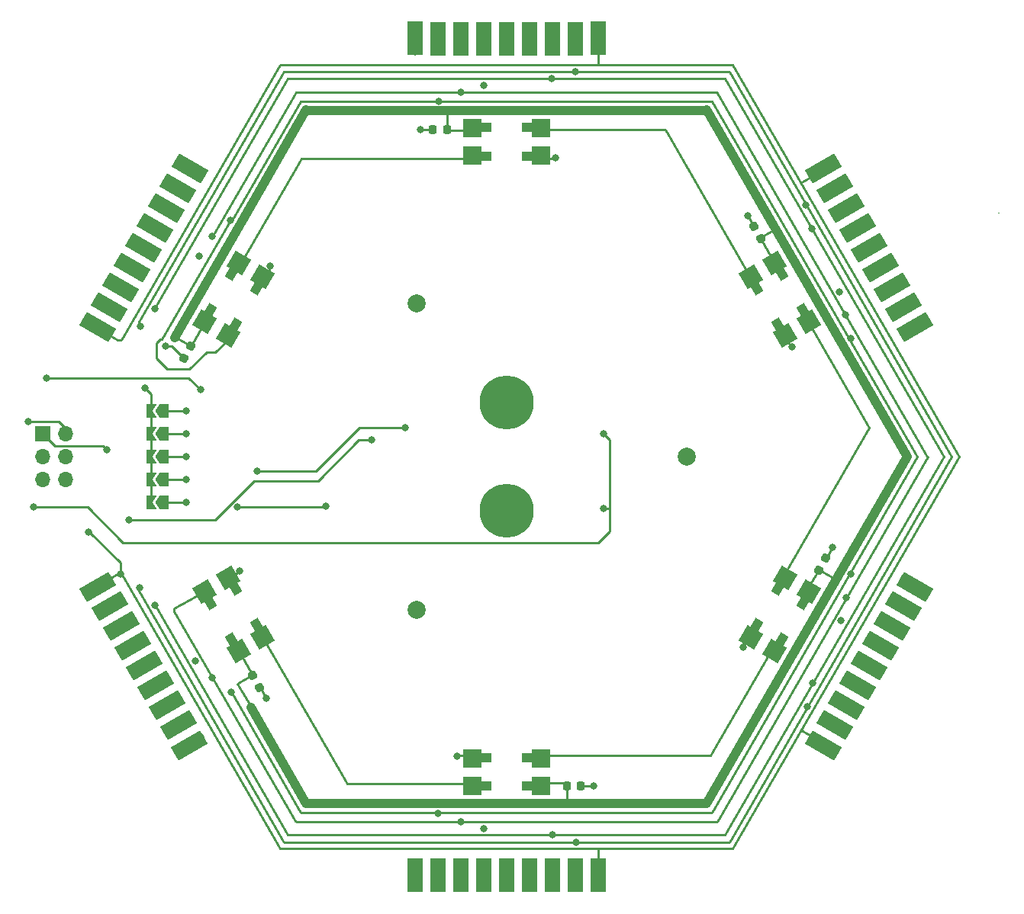
<source format=gbr>
%TF.GenerationSoftware,KiCad,Pcbnew,(6.0.2)*%
%TF.CreationDate,2022-06-07T19:59:40+02:00*%
%TF.ProjectId,cup_sense,6375705f-7365-46e7-9365-2e6b69636164,rev?*%
%TF.SameCoordinates,Original*%
%TF.FileFunction,Copper,L1,Top*%
%TF.FilePolarity,Positive*%
%FSLAX46Y46*%
G04 Gerber Fmt 4.6, Leading zero omitted, Abs format (unit mm)*
G04 Created by KiCad (PCBNEW (6.0.2)) date 2022-06-07 19:59:40*
%MOMM*%
%LPD*%
G01*
G04 APERTURE LIST*
G04 Aperture macros list*
%AMRoundRect*
0 Rectangle with rounded corners*
0 $1 Rounding radius*
0 $2 $3 $4 $5 $6 $7 $8 $9 X,Y pos of 4 corners*
0 Add a 4 corners polygon primitive as box body*
4,1,4,$2,$3,$4,$5,$6,$7,$8,$9,$2,$3,0*
0 Add four circle primitives for the rounded corners*
1,1,$1+$1,$2,$3*
1,1,$1+$1,$4,$5*
1,1,$1+$1,$6,$7*
1,1,$1+$1,$8,$9*
0 Add four rect primitives between the rounded corners*
20,1,$1+$1,$2,$3,$4,$5,0*
20,1,$1+$1,$4,$5,$6,$7,0*
20,1,$1+$1,$6,$7,$8,$9,0*
20,1,$1+$1,$8,$9,$2,$3,0*%
%AMRotRect*
0 Rectangle, with rotation*
0 The origin of the aperture is its center*
0 $1 length*
0 $2 width*
0 $3 Rotation angle, in degrees counterclockwise*
0 Add horizontal line*
21,1,$1,$2,0,0,$3*%
%AMFreePoly0*
4,1,6,1.000000,0.000000,0.500000,-0.750000,-0.500000,-0.750000,-0.500000,0.750000,0.500000,0.750000,1.000000,0.000000,1.000000,0.000000,$1*%
%AMFreePoly1*
4,1,6,0.500000,-0.750000,-0.650000,-0.750000,-0.150000,0.000000,-0.650000,0.750000,0.500000,0.750000,0.500000,-0.750000,0.500000,-0.750000,$1*%
G04 Aperture macros list end*
%TA.AperFunction,EtchedComponent*%
%ADD10C,0.200000*%
%TD*%
%TA.AperFunction,SMDPad,CuDef*%
%ADD11RoundRect,0.225000X-0.329006X0.069856X-0.104006X-0.319856X0.329006X-0.069856X0.104006X0.319856X0*%
%TD*%
%TA.AperFunction,SMDPad,CuDef*%
%ADD12RotRect,3.750000X1.700000X210.000000*%
%TD*%
%TA.AperFunction,SMDPad,CuDef*%
%ADD13R,1.700000X3.750000*%
%TD*%
%TA.AperFunction,SMDPad,CuDef*%
%ADD14R,1.500000X1.000000*%
%TD*%
%TA.AperFunction,SMDPad,CuDef*%
%ADD15R,2.000000X2.000000*%
%TD*%
%TA.AperFunction,SMDPad,CuDef*%
%ADD16RoundRect,0.225000X0.104006X-0.319856X0.329006X0.069856X-0.104006X0.319856X-0.329006X-0.069856X0*%
%TD*%
%TA.AperFunction,SMDPad,CuDef*%
%ADD17RoundRect,0.225000X-0.104006X0.319856X-0.329006X-0.069856X0.104006X-0.319856X0.329006X0.069856X0*%
%TD*%
%TA.AperFunction,ComponentPad*%
%ADD18C,6.000000*%
%TD*%
%TA.AperFunction,SMDPad,CuDef*%
%ADD19RotRect,3.750000X1.700000X330.000000*%
%TD*%
%TA.AperFunction,SMDPad,CuDef*%
%ADD20RotRect,2.000000X2.000000X60.000000*%
%TD*%
%TA.AperFunction,SMDPad,CuDef*%
%ADD21RotRect,1.500000X1.000000X60.000000*%
%TD*%
%TA.AperFunction,SMDPad,CuDef*%
%ADD22FreePoly0,180.000000*%
%TD*%
%TA.AperFunction,SMDPad,CuDef*%
%ADD23FreePoly1,180.000000*%
%TD*%
%TA.AperFunction,SMDPad,CuDef*%
%ADD24RoundRect,0.225000X0.225000X0.250000X-0.225000X0.250000X-0.225000X-0.250000X0.225000X-0.250000X0*%
%TD*%
%TA.AperFunction,SMDPad,CuDef*%
%ADD25RotRect,2.000000X2.000000X120.000000*%
%TD*%
%TA.AperFunction,SMDPad,CuDef*%
%ADD26RotRect,1.500000X1.000000X120.000000*%
%TD*%
%TA.AperFunction,SMDPad,CuDef*%
%ADD27RotRect,1.500000X1.000000X300.000000*%
%TD*%
%TA.AperFunction,SMDPad,CuDef*%
%ADD28RotRect,2.000000X2.000000X300.000000*%
%TD*%
%TA.AperFunction,ComponentPad*%
%ADD29C,2.000000*%
%TD*%
%TA.AperFunction,ComponentPad*%
%ADD30R,1.700000X1.700000*%
%TD*%
%TA.AperFunction,ComponentPad*%
%ADD31O,1.700000X1.700000*%
%TD*%
%TA.AperFunction,SMDPad,CuDef*%
%ADD32RoundRect,0.225000X-0.225000X-0.250000X0.225000X-0.250000X0.225000X0.250000X-0.225000X0.250000X0*%
%TD*%
%TA.AperFunction,SMDPad,CuDef*%
%ADD33RoundRect,0.225000X0.329006X-0.069856X0.104006X0.319856X-0.329006X0.069856X-0.104006X-0.319856X0*%
%TD*%
%TA.AperFunction,SMDPad,CuDef*%
%ADD34RotRect,2.000000X2.000000X240.000000*%
%TD*%
%TA.AperFunction,SMDPad,CuDef*%
%ADD35RotRect,1.500000X1.000000X240.000000*%
%TD*%
%TA.AperFunction,ViaPad*%
%ADD36C,0.800000*%
%TD*%
%TA.AperFunction,Conductor*%
%ADD37C,0.250000*%
%TD*%
%TA.AperFunction,Conductor*%
%ADD38C,1.000000*%
%TD*%
G04 APERTURE END LIST*
D10*
%TO.C,T1*%
X54650850Y27139177D02*
G75*
G03*
X54650850Y27139177I0J0D01*
G01*
%TD*%
D11*
%TO.P,C4,1*%
%TO.N,GND1*%
X27418999Y25599340D03*
%TO.P,C4,2*%
%TO.N,+5V*%
X28193999Y24257000D03*
%TD*%
D12*
%TO.P,J4,1,Pin_1*%
%TO.N,+5V*%
X45301684Y14423182D03*
%TO.P,J4,2,Pin_2*%
%TO.N,LED_OUT*%
X44073253Y16646886D03*
%TO.P,J4,3,Pin_3*%
%TO.N,LED_IN*%
X42803253Y18846591D03*
%TO.P,J4,4,Pin_4*%
%TO.N,GND1*%
X41533253Y21046295D03*
%TO.P,J4,5,Pin_5*%
%TO.N,GND*%
X40263253Y23246000D03*
%TO.P,J4,6,Pin_6*%
%TO.N,+3V3*%
X38993253Y25445705D03*
%TO.P,J4,7,Pin_7*%
%TO.N,I2C_SCL*%
X37723253Y27645409D03*
%TO.P,J4,8,Pin_8*%
%TO.N,I2C_SDA*%
X36453253Y29845114D03*
%TO.P,J4,9,Pin_9*%
%TO.N,touch*%
X35183253Y32044818D03*
%TD*%
D13*
%TO.P,J1,1,Pin_1*%
%TO.N,+5V*%
X-10160000Y46492000D03*
%TO.P,J1,2,Pin_2*%
%TO.N,LED_OUT*%
X-7620000Y46444000D03*
%TO.P,J1,3,Pin_3*%
%TO.N,LED_IN*%
X-5080000Y46444000D03*
%TO.P,J1,4,Pin_4*%
%TO.N,GND1*%
X-2540000Y46444000D03*
%TO.P,J1,5,Pin_5*%
%TO.N,GND*%
X0Y46444000D03*
%TO.P,J1,6,Pin_6*%
%TO.N,+3V3*%
X2540000Y46444000D03*
%TO.P,J1,7,Pin_7*%
%TO.N,I2C_SCL*%
X5080000Y46444000D03*
%TO.P,J1,8,Pin_8*%
%TO.N,I2C_SDA*%
X7620000Y46444000D03*
%TO.P,J1,9,Pin_9*%
%TO.N,touch*%
X10160000Y46492000D03*
%TD*%
D14*
%TO.P,D2,1,VDD*%
%TO.N,+5V*%
X2450000Y-36600000D03*
D15*
X3810000Y-36524000D03*
D14*
%TO.P,D2,2,DOUT*%
%TO.N,Net-(D2-Pad2)*%
X2450000Y-33400000D03*
D15*
X3810000Y-33476000D03*
D14*
%TO.P,D2,3,VSS*%
%TO.N,GND1*%
X-2450000Y-33400000D03*
D15*
X-3810000Y-33476000D03*
D14*
%TO.P,D2,4,DIN*%
%TO.N,Net-(D1-Pad2)*%
X-2450000Y-36600000D03*
D15*
X-3810000Y-36524000D03*
%TD*%
D12*
%TO.P,J6,1,Pin_1*%
%TO.N,+5V*%
X-35183253Y-32044818D03*
%TO.P,J6,2,Pin_2*%
%TO.N,LED_OUT*%
X-36411684Y-29821114D03*
%TO.P,J6,3,Pin_3*%
%TO.N,LED_IN*%
X-37681684Y-27621409D03*
%TO.P,J6,4,Pin_4*%
%TO.N,GND1*%
X-38951684Y-25421705D03*
%TO.P,J6,5,Pin_5*%
%TO.N,GND*%
X-40221684Y-23222000D03*
%TO.P,J6,6,Pin_6*%
%TO.N,+3V3*%
X-41491684Y-21022295D03*
%TO.P,J6,7,Pin_7*%
%TO.N,I2C_SCL*%
X-42761684Y-18822591D03*
%TO.P,J6,8,Pin_8*%
%TO.N,I2C_SDA*%
X-44031684Y-16622886D03*
%TO.P,J6,9,Pin_9*%
%TO.N,touch*%
X-45343253Y-14447182D03*
%TD*%
D16*
%TO.P,C7,1*%
%TO.N,GND1*%
X-35820500Y10976660D03*
%TO.P,C7,2*%
%TO.N,+5V*%
X-35045500Y12319000D03*
%TD*%
D17*
%TO.P,C8,1*%
%TO.N,GND1*%
X35439499Y-11266830D03*
%TO.P,C8,2*%
%TO.N,+5V*%
X34664499Y-12609170D03*
%TD*%
D18*
%TO.P,D4,MP*%
%TO.N,N/C*%
X0Y6000000D03*
%TD*%
D19*
%TO.P,J5,1,Pin_1*%
%TO.N,+5V*%
X-35141684Y32020818D03*
%TO.P,J5,2,Pin_2*%
%TO.N,LED_OUT*%
X-36453253Y29845114D03*
%TO.P,J5,3,Pin_3*%
%TO.N,LED_IN*%
X-37723253Y27645409D03*
%TO.P,J5,4,Pin_4*%
%TO.N,GND1*%
X-38993253Y25445705D03*
%TO.P,J5,5,Pin_5*%
%TO.N,GND*%
X-40263253Y23246000D03*
%TO.P,J5,6,Pin_6*%
%TO.N,+3V3*%
X-41533253Y21046295D03*
%TO.P,J5,7,Pin_7*%
%TO.N,I2C_SCL*%
X-42803253Y18846591D03*
%TO.P,J5,8,Pin_8*%
%TO.N,I2C_SDA*%
X-44073253Y16646886D03*
%TO.P,J5,9,Pin_9*%
%TO.N,touch*%
X-45343253Y14447182D03*
%TD*%
D20*
%TO.P,D7,1,VDD*%
%TO.N,+5V*%
X-33535712Y14962443D03*
D21*
X-32921530Y16178238D03*
D20*
%TO.P,D7,2,DOUT*%
%TO.N,LED_OUT*%
X-30896066Y13438443D03*
D21*
X-30150248Y14578238D03*
D20*
%TO.P,D7,3,VSS*%
%TO.N,GND1*%
X-27086066Y20037557D03*
D21*
X-27700248Y18821762D03*
D20*
%TO.P,D7,4,DIN*%
%TO.N,Net-(D6-Pad2)*%
X-29725712Y21561557D03*
D21*
X-30471530Y20421762D03*
%TD*%
D22*
%TO.P,JP3,1,A*%
%TO.N,Net-(JP3-Pad1)*%
X-38010000Y0D03*
D23*
%TO.P,JP3,2,B*%
%TO.N,GND*%
X-39460000Y0D03*
%TD*%
D24*
%TO.P,C3,1*%
%TO.N,GND1*%
X8268000Y-36576000D03*
%TO.P,C3,2*%
%TO.N,+5V*%
X6718000Y-36576000D03*
%TD*%
D13*
%TO.P,J3,1,Pin_1*%
%TO.N,+5V*%
X-10160000Y-46444000D03*
%TO.P,J3,2,Pin_2*%
%TO.N,LED_OUT*%
X-7620000Y-46492000D03*
%TO.P,J3,3,Pin_3*%
%TO.N,LED_IN*%
X-5080000Y-46492000D03*
%TO.P,J3,4,Pin_4*%
%TO.N,GND1*%
X-2540000Y-46492000D03*
%TO.P,J3,5,Pin_5*%
%TO.N,GND*%
X0Y-46492000D03*
%TO.P,J3,6,Pin_6*%
%TO.N,+3V3*%
X2540000Y-46492000D03*
%TO.P,J3,7,Pin_7*%
%TO.N,I2C_SCL*%
X5080000Y-46492000D03*
%TO.P,J3,8,Pin_8*%
%TO.N,I2C_SDA*%
X7620000Y-46492000D03*
%TO.P,J3,9,Pin_9*%
%TO.N,touch*%
X10160000Y-46492000D03*
%TD*%
D14*
%TO.P,D6,1,VDD*%
%TO.N,+5V*%
X-2450000Y36600000D03*
D15*
X-3810000Y36524000D03*
D14*
%TO.P,D6,2,DOUT*%
%TO.N,Net-(D6-Pad2)*%
X-2450000Y33400000D03*
D15*
X-3810000Y33476000D03*
D14*
%TO.P,D6,3,VSS*%
%TO.N,GND1*%
X2450000Y33400000D03*
D15*
X3810000Y33476000D03*
%TO.P,D6,4,DIN*%
%TO.N,Net-(D5-Pad2)*%
X3810000Y36524000D03*
D14*
X2450000Y36600000D03*
%TD*%
D25*
%TO.P,D1,1,VDD*%
%TO.N,+5V*%
X-29725712Y-21561557D03*
D26*
X-30471530Y-20421762D03*
D25*
%TO.P,D1,2,DOUT*%
%TO.N,Net-(D1-Pad2)*%
X-27086066Y-20037557D03*
D26*
X-27700248Y-18821762D03*
D25*
%TO.P,D1,3,VSS*%
%TO.N,GND1*%
X-30896066Y-13438443D03*
D26*
X-30150248Y-14578238D03*
%TO.P,D1,4,DIN*%
%TO.N,LED_IN*%
X-32921530Y-16178238D03*
D25*
X-33535712Y-14962443D03*
%TD*%
D22*
%TO.P,JP4,1,A*%
%TO.N,Net-(JP4-Pad1)*%
X-38010000Y2540000D03*
D23*
%TO.P,JP4,2,B*%
%TO.N,GND*%
X-39460000Y2540000D03*
%TD*%
D27*
%TO.P,D5,1,VDD*%
%TO.N,+5V*%
X30471530Y20421762D03*
D28*
X29725712Y21561557D03*
%TO.P,D5,2,DOUT*%
%TO.N,Net-(D5-Pad2)*%
X27086066Y20037557D03*
D27*
X27700248Y18821762D03*
%TO.P,D5,3,VSS*%
%TO.N,GND1*%
X30150248Y14578238D03*
D28*
X30896066Y13438443D03*
%TO.P,D5,4,DIN*%
%TO.N,Net-(D3-Pad2)*%
X33535712Y14962443D03*
D27*
X32921530Y16178238D03*
%TD*%
D22*
%TO.P,JP5,1,A*%
%TO.N,Net-(JP5-Pad1)*%
X-38010000Y5080000D03*
D23*
%TO.P,JP5,2,B*%
%TO.N,GND*%
X-39460000Y5080000D03*
%TD*%
D22*
%TO.P,JP2,1,A*%
%TO.N,Net-(JP2-Pad1)*%
X-38010000Y-2540000D03*
D23*
%TO.P,JP2,2,B*%
%TO.N,GND*%
X-39460000Y-2540000D03*
%TD*%
D22*
%TO.P,JP1,1,A*%
%TO.N,Net-(JP1-Pad1)*%
X-38010000Y-5080000D03*
D23*
%TO.P,JP1,2,B*%
%TO.N,GND*%
X-39460000Y-5080000D03*
%TD*%
D29*
%TO.P,T1,0,0*%
%TO.N,Net-(T1-Pad0)*%
X-10000000Y-17000000D03*
%TO.P,T1,1,1*%
%TO.N,Net-(T1-Pad1)*%
X20000000Y0D03*
%TO.P,T1,2,2*%
%TO.N,Net-(T1-Pad2)*%
X-10000000Y17000000D03*
%TD*%
D30*
%TO.P,J7,1,Pin_1*%
%TO.N,UPDI_DATA*%
X-51435000Y2560000D03*
D31*
%TO.P,J7,2,Pin_2*%
%TO.N,+3V3*%
X-48895000Y2560000D03*
%TO.P,J7,3,Pin_3*%
%TO.N,unconnected-(J7-Pad3)*%
X-51435000Y20000D03*
%TO.P,J7,4,Pin_4*%
%TO.N,unconnected-(J7-Pad4)*%
X-48895000Y20000D03*
%TO.P,J7,5,Pin_5*%
%TO.N,unconnected-(J7-Pad5)*%
X-51435000Y-2520000D03*
%TO.P,J7,6,Pin_6*%
%TO.N,GND*%
X-48895000Y-2520000D03*
%TD*%
D18*
%TO.P,Q1,MP*%
%TO.N,N/C*%
X0Y-6000000D03*
%TD*%
D32*
%TO.P,C5,1*%
%TO.N,GND1*%
X-8153999Y36322000D03*
%TO.P,C5,2*%
%TO.N,+5V*%
X-6603999Y36322000D03*
%TD*%
D19*
%TO.P,J2,1,Pin_1*%
%TO.N,+5V*%
X45343253Y-14447182D03*
%TO.P,J2,2,Pin_2*%
%TO.N,LED_OUT*%
X44031684Y-16622886D03*
%TO.P,J2,3,Pin_3*%
%TO.N,LED_IN*%
X42761684Y-18822591D03*
%TO.P,J2,4,Pin_4*%
%TO.N,GND1*%
X41491684Y-21022295D03*
%TO.P,J2,5,Pin_5*%
%TO.N,GND*%
X40221684Y-23222000D03*
%TO.P,J2,6,Pin_6*%
%TO.N,+3V3*%
X38951684Y-25421705D03*
%TO.P,J2,7,Pin_7*%
%TO.N,I2C_SCL*%
X37681684Y-27621409D03*
%TO.P,J2,8,Pin_8*%
%TO.N,I2C_SDA*%
X36411684Y-29821114D03*
%TO.P,J2,9,Pin_9*%
%TO.N,touch*%
X35183253Y-32044818D03*
%TD*%
D33*
%TO.P,C6,1*%
%TO.N,GND1*%
X-27418999Y-25599340D03*
%TO.P,C6,2*%
%TO.N,+5V*%
X-28193999Y-24257000D03*
%TD*%
D34*
%TO.P,D3,1,VDD*%
%TO.N,+5V*%
X33535712Y-14962443D03*
D35*
X32921530Y-16178238D03*
%TO.P,D3,2,DOUT*%
%TO.N,Net-(D3-Pad2)*%
X30150248Y-14578238D03*
D34*
X30896066Y-13438443D03*
D35*
%TO.P,D3,3,VSS*%
%TO.N,GND1*%
X27700248Y-18821762D03*
D34*
X27086066Y-20037557D03*
%TO.P,D3,4,DIN*%
%TO.N,Net-(D2-Pad2)*%
X29725712Y-21561557D03*
D35*
X30471530Y-20421762D03*
%TD*%
D36*
%TO.N,+3V3*%
X10795000Y2540001D03*
X-51040000Y8730000D03*
X-33940000Y7460001D03*
X-42514460Y-21612795D03*
X39974460Y-26012205D03*
X10795000Y-5715000D03*
X2540000Y-47625000D03*
X-53086000Y3937000D03*
X-42514460Y21612795D03*
X2540000Y47625000D03*
X39974460Y26012205D03*
X-52451000Y-5588000D03*
%TO.N,GND*%
X-11260000Y3200000D03*
X-39116000Y-22352000D03*
X0Y44958000D03*
X-27690000Y-1580000D03*
X-40132000Y7620000D03*
X39116000Y-22352000D03*
X39083162Y22400082D03*
X0Y-45085000D03*
X-39116000Y22606000D03*
%TO.N,+5V*%
X-10089700Y38410700D03*
X-10160000Y44958000D03*
X44112307Y-13443063D03*
X38407029Y-10230296D03*
X-28345845Y27946954D03*
X-10179000Y-38500000D03*
X-10160000Y-45085000D03*
X-28300290Y-27824386D03*
X44163162Y13601264D03*
X-33935269Y-31158918D03*
X-34058123Y31223000D03*
X38469884Y10292309D03*
%TO.N,GND1*%
X-29599430Y-12655993D03*
X-2540001Y45085000D03*
X-34545222Y-22669500D03*
X-26234452Y21140808D03*
X36968713Y18264310D03*
X-37844778Y-24574500D03*
X26797000Y26797000D03*
X-2540000Y-45084999D03*
X9652000Y-36576000D03*
X-34052272Y22299734D03*
X-9525000Y36322000D03*
X-2540001Y-41275000D03*
X-2540000Y41275001D03*
X40384778Y20256501D03*
X31667008Y12200430D03*
X40384778Y-20129500D03*
X-37846000Y12319000D03*
X5432555Y33214237D03*
X-5461000Y-33274000D03*
X37085222Y-18224500D03*
X-26670001Y-26797000D03*
X36195000Y-10033000D03*
X-37971778Y24574500D03*
X26234452Y-21140808D03*
%TO.N,LED_IN*%
X41623162Y18000673D03*
X-36475269Y-26759509D03*
X-32659296Y24475838D03*
X-36598123Y26823591D03*
X-32624762Y-24533185D03*
X-5016200Y-40500000D03*
X-5077200Y40510200D03*
X37719000Y-15621000D03*
X-5080000Y-45085000D03*
X37620535Y15763425D03*
X41572308Y-17842474D03*
X-5080000Y44958000D03*
%TO.N,LED_OUT*%
X-7506201Y39510201D03*
X38188891Y13102901D03*
X42842308Y-15642770D03*
X-30624158Y26248800D03*
X-7620000Y44958000D03*
X38252391Y-12992916D03*
X-35328122Y29023295D03*
X-7569200Y-39624001D03*
X-30544237Y-26136760D03*
X-7620001Y-45085000D03*
X-35205268Y-28959214D03*
X42893162Y15800970D03*
%TO.N,UPDI_DATA*%
X-44323000Y762000D03*
%TO.N,Net-(JP1-Pad1)*%
X-35560000Y-5080000D03*
%TO.N,Net-(JP2-Pad1)*%
X-35560000Y-2540001D03*
%TO.N,Net-(JP3-Pad1)*%
X-35560000Y0D03*
%TO.N,Net-(JP4-Pad1)*%
X-35559999Y2540000D03*
%TO.N,Net-(JP5-Pad1)*%
X-35560000Y5080000D03*
%TO.N,Net-(Q1-Pad2)*%
X-29830000Y-5580000D03*
X-20040000Y-5520000D03*
%TO.N,touch*%
X-46355000Y-8344500D03*
X-42848989Y-13003988D03*
%TO.N,I2C_SDA*%
X-42825269Y-15760986D03*
X33356658Y-27776797D03*
X7631200Y42810200D03*
X7620001Y-45085000D03*
X33230294Y27967547D03*
X7748000Y-42800000D03*
X35273162Y28999195D03*
X-42948122Y15825068D03*
X35222307Y-28840997D03*
X-40732261Y-14539655D03*
X7620000Y44958000D03*
X-40608566Y14499901D03*
%TO.N,I2C_SCL*%
X-41678123Y18024773D03*
X-39026034Y16448324D03*
X33952838Y-25144184D03*
X33851873Y25290939D03*
X5119200Y-42000000D03*
X36492308Y-26641292D03*
X5080000Y44958000D03*
X36543162Y26799491D03*
X-38988999Y-16510000D03*
X-41555269Y-17960691D03*
X5053200Y42010199D03*
X5080000Y-45085000D03*
%TO.N,Net-(R2-Pad1)*%
X-14920000Y1880000D03*
X-41910000Y-6984999D03*
%TD*%
D37*
%TO.N,+3V3*%
X-35240000Y8760001D02*
X-51010000Y8760000D01*
X-51010000Y8760000D02*
X-51040000Y8730000D01*
X-42545000Y-9525000D02*
X-46482000Y-5588000D01*
X11429999Y1905000D02*
X11430000Y-5715000D01*
X11429999Y1905000D02*
X11430000Y-8255000D01*
X-48895000Y3175000D02*
X-49657000Y3937000D01*
X11430000Y-8255000D02*
X10160000Y-9525000D01*
X10160000Y-9525000D02*
X-42545000Y-9525000D01*
X-33940000Y7460001D02*
X-35240000Y8760001D01*
X10795000Y2540001D02*
X11429999Y1905000D01*
X11430000Y-5715000D02*
X10795000Y-5715000D01*
X-46482000Y-5588000D02*
X-52451000Y-5588000D01*
X-49657000Y3937000D02*
X-53086000Y3937000D01*
%TO.N,GND*%
X-39460000Y-5080000D02*
X-39460000Y5080000D01*
X-39460000Y6948000D02*
X-40132000Y7620000D01*
X-21120000Y-1580000D02*
X-27690000Y-1580000D01*
X-15090000Y3200000D02*
X-11260000Y3200000D01*
X-39460000Y5080000D02*
X-39460000Y6948000D01*
X-16340000Y3200000D02*
X-19010000Y530000D01*
X-15090000Y3200000D02*
X-16340000Y3200000D01*
X-19010000Y530000D02*
X-21120000Y-1580000D01*
%TO.N,+5V*%
X-36831046Y13211250D02*
X-36832148Y13210148D01*
X-28299878Y-23941930D02*
X-29670982Y-21567110D01*
D38*
X-22122630Y38410700D02*
X-22222130Y38510200D01*
D37*
X28299878Y24068931D02*
X29670982Y21694110D01*
X34894459Y-12696750D02*
X34455640Y-12814331D01*
X-35275459Y12442750D02*
X-36606540Y13211250D01*
X-36606540Y13211250D02*
X-36748192Y13739902D01*
D38*
X-28300290Y-27824386D02*
X-28332386Y-27824386D01*
X6331000Y-38500000D02*
X22227990Y-38500000D01*
X-22225731Y38509205D02*
X-28278867Y28024867D01*
D37*
X-6604000Y36569500D02*
X-6282761Y36248262D01*
D38*
X-28345844Y27957889D02*
X-28278867Y28024867D01*
D37*
X6718000Y-36576000D02*
X6396762Y-36254762D01*
X6718000Y-38113000D02*
X6331000Y-38500000D01*
X-6604000Y38106500D02*
X-6217000Y38493500D01*
X-35275459Y12442750D02*
X-34836640Y12560331D01*
X34455640Y-12814331D02*
X33084537Y-15189152D01*
X-6282761Y36248262D02*
X-3540555Y36248262D01*
D38*
X22233850Y38510200D02*
X22134350Y38410700D01*
D37*
X28417459Y24507751D02*
X29748541Y25276250D01*
X-6604000Y36569500D02*
X-6604000Y38106500D01*
D38*
X-28345845Y27946954D02*
X-28345844Y27957889D01*
X-28278867Y28024867D02*
X-36832148Y13210148D01*
X44463699Y0D02*
X22235709Y38500008D01*
X-28332386Y-27824386D02*
X-28367348Y-27859348D01*
D37*
X34894459Y-12696750D02*
X36225541Y-13465250D01*
X-36606540Y13211250D02*
X-36831046Y13211250D01*
D38*
X22231591Y-38499005D02*
X44459581Y1003D01*
X-28367348Y-27859348D02*
X-22229849Y-38489808D01*
X-10179000Y-38500000D02*
X6331000Y-38500000D01*
D37*
X-34836640Y12560331D02*
X-33465537Y14935152D01*
X29748541Y25276250D02*
X30277191Y25134598D01*
X-28417458Y-24380750D02*
X-28299878Y-23941930D01*
X36225541Y-13465250D02*
X36367192Y-13993902D01*
X-28448000Y-27559000D02*
X-29819104Y-25184179D01*
D38*
X-10089700Y38410700D02*
X-22122630Y38410700D01*
X-22227990Y-38500000D02*
X-10179000Y-38500000D01*
D37*
X6396762Y-36254762D02*
X3654555Y-36254761D01*
X6718000Y-36576000D02*
X6718000Y-38113000D01*
X-28417458Y-24380750D02*
X-29748541Y-25149250D01*
D38*
X22134350Y38410700D02*
X-10089700Y38410700D01*
D37*
X28417459Y24507751D02*
X28299878Y24068931D01*
%TO.N,Net-(D1-Pad2)*%
X-17652999Y-36322000D02*
X-17654576Y-36327881D01*
X-17654576Y-36327881D02*
X-3939709Y-36327880D01*
X-27158603Y-19857811D02*
X-17652999Y-36322000D01*
%TO.N,GND1*%
X-8141000Y36322000D02*
X-9525000Y36322000D01*
X31575158Y12225041D02*
X31667008Y12200430D01*
X-29624041Y-12747842D02*
X-29599430Y-12655993D01*
X26209841Y-21048958D02*
X26234452Y-21140808D01*
X-27362000Y-25598421D02*
X-26670001Y-26797000D01*
X30861000Y13462000D02*
X31575158Y12225041D01*
X26924000Y-19812000D02*
X26209841Y-21048958D01*
X3937000Y33147000D02*
X5365317Y33146999D01*
X27489000Y25598421D02*
X26797000Y26797000D01*
X35503000Y-11231579D02*
X36195000Y-10033000D01*
X8268000Y-36576000D02*
X9652000Y-36576000D01*
X-3965445Y-33206762D02*
X-5393762Y-33206762D01*
X-37162840Y12319000D02*
X-37846000Y12319000D01*
X-26924000Y19812000D02*
X-26209841Y21048958D01*
X-5393762Y-33206762D02*
X-5461000Y-33274000D01*
X-26209841Y21048958D02*
X-26234452Y21140808D01*
X5365317Y33146999D02*
X5432555Y33214237D01*
X-30861000Y-13462000D02*
X-29624041Y-12747842D01*
X-35820500Y10976660D02*
X-37162840Y12319000D01*
%TO.N,LED_IN*%
X-23380432Y40509206D02*
X-32578567Y24577567D01*
X-33535712Y-14962443D02*
X-36846863Y-16874137D01*
X-32659296Y24496838D02*
X-32578567Y24577567D01*
X-5077200Y40510200D02*
X-23376830Y40510200D01*
X23386292Y-40499005D02*
X46768982Y1003D01*
X-23382690Y-40500000D02*
X-5016200Y-40500000D01*
X23388549Y40510200D02*
X-5077200Y40510200D01*
X46773100Y1D02*
X46659455Y30452D01*
X-5016200Y-40500000D02*
X23382690Y-40500000D01*
X-36850719Y-16877993D02*
X-36850719Y-17165719D01*
X-36850719Y-17165719D02*
X-23384550Y-40489808D01*
X23359959Y40386363D02*
X23390410Y40500008D01*
X-32661184Y-24533184D02*
X-32766000Y-24638000D01*
X-32624762Y-24533185D02*
X-32661184Y-24533184D01*
X-32659296Y24475838D02*
X-32659296Y24496838D01*
X-36846863Y-16874137D02*
X-36850719Y-16877993D01*
X46659455Y30452D02*
X23359959Y40386363D01*
%TO.N,Net-(D2-Pad2)*%
X22670067Y-33211067D02*
X29527500Y-21333644D01*
X3654555Y-33206762D02*
X22665763Y-33206762D01*
X22665763Y-33206762D02*
X22670067Y-33211067D01*
%TO.N,Net-(D3-Pad2)*%
X40245485Y3257764D02*
X33388051Y15135186D01*
X40239604Y3256189D02*
X40245485Y3257764D01*
X30734000Y-13208001D02*
X40239604Y3256189D01*
%TO.N,Net-(D5-Pad2)*%
X17652999Y36322000D02*
X17654576Y36327881D01*
X17654576Y36327881D02*
X3939709Y36327880D01*
X27158603Y19857811D02*
X17652999Y36322000D01*
%TO.N,LED_OUT*%
X45618400Y0D02*
X22813059Y39500008D01*
X-7506201Y39510201D02*
X-22799480Y39510201D01*
X-35170000Y9720000D02*
X-37610000Y9720000D01*
X-38244439Y13015877D02*
X-30595561Y26264123D01*
X-33260000Y11630000D02*
X-35170000Y9720000D01*
X-22803081Y39509205D02*
X-30451959Y26260959D01*
X-30544237Y-26159706D02*
X-30447471Y-26256471D01*
X-38414123Y13015877D02*
X-38244439Y13015877D01*
X22808941Y-39499005D02*
X45614281Y1003D01*
X-30447471Y-26256471D02*
X-22807200Y-39489808D01*
X22811200Y39510200D02*
X-7506201Y39510201D01*
X-37610000Y9720000D02*
X-38830000Y10940000D01*
X-30740622Y13169205D02*
X-32279827Y11630000D01*
X-30544237Y-26136760D02*
X-30544237Y-26159706D01*
X-38830000Y12600000D02*
X-38414123Y13015877D01*
X-22805340Y-39500000D02*
X22805340Y-39500000D01*
X-38830000Y10940000D02*
X-38830000Y12600000D01*
X-30464117Y26248801D02*
X-30451959Y26260959D01*
X-30624158Y26248800D02*
X-30464117Y26248801D01*
X-32279827Y11630000D02*
X-33260000Y11630000D01*
%TO.N,UPDI_DATA*%
X-44323000Y762000D02*
X-44755511Y1194511D01*
X-44755511Y1194511D02*
X-50069511Y1194511D01*
X-50069511Y1194511D02*
X-51435000Y2560000D01*
%TO.N,Net-(D6-Pad2)*%
X-3721793Y33146999D02*
X-22733000Y33147000D01*
X-22737305Y33151305D02*
X-29594738Y21273882D01*
X-22733000Y33147000D02*
X-22737305Y33151305D01*
%TO.N,Net-(JP1-Pad1)*%
X-35560000Y-5080000D02*
X-38010000Y-5080000D01*
%TO.N,Net-(JP2-Pad1)*%
X-35560000Y-2540001D02*
X-38010001Y-2540000D01*
%TO.N,Net-(JP3-Pad1)*%
X-35560000Y0D02*
X-38010000Y0D01*
%TO.N,Net-(JP4-Pad1)*%
X-35559999Y2540000D02*
X-38010000Y2540001D01*
%TO.N,Net-(JP5-Pad1)*%
X-35560000Y5080000D02*
X-38010000Y5080000D01*
%TO.N,Net-(Q1-Pad2)*%
X-29830000Y-5580000D02*
X-20100000Y-5580000D01*
X-20100000Y-5580000D02*
X-20040000Y-5520000D01*
%TO.N,touch*%
X-46265500Y-8344500D02*
X-46355000Y-8344500D01*
X35661601Y32156400D02*
X32661342Y30424200D01*
X-42672719Y-13081718D02*
X-25116601Y-43489807D01*
X-42848990Y-11761011D02*
X-46265500Y-8344500D01*
X10160000Y47000000D02*
X10160000Y43561000D01*
X-25114740Y-43500000D02*
X-25090239Y-43524501D01*
X-42848989Y-13003988D02*
X-42848990Y-11761011D01*
X-25090239Y-43524501D02*
X10148901Y-43524501D01*
X10084699Y43534701D02*
X-25084379Y43534701D01*
X-43134353Y12999648D02*
X-42729739Y12999648D01*
X10160000Y-47000000D02*
X10160000Y-43535600D01*
X-25112483Y43509203D02*
X-42723693Y13005693D01*
X25120600Y43510201D02*
X10109200Y43510200D01*
X25118343Y-43499004D02*
X50233083Y1002D01*
X10160000Y43561000D02*
X10109200Y43510200D01*
X32723876Y-30272808D02*
X32757345Y-30263840D01*
X25090239Y-43524501D02*
X25114740Y-43500000D01*
X50237201Y1D02*
X25122461Y43500007D01*
X-42729739Y12999648D02*
X-42723693Y13005693D01*
X35720732Y-32061701D02*
X32742470Y-30342202D01*
X10148901Y-43524501D02*
X25090239Y-43524501D01*
X32742470Y-30342202D02*
X32723876Y-30272808D01*
X-25084379Y43534701D02*
X-25108880Y43510200D01*
X-43130011Y-13003989D02*
X-42848989Y-13003988D01*
X-42750449Y-13003989D02*
X-42672719Y-13081718D01*
X-45863693Y-14582282D02*
X-43130011Y-13003989D01*
X10160000Y-43535600D02*
X10148901Y-43524501D01*
X32661342Y30424200D02*
X32657280Y30409038D01*
X-42848989Y-13003988D02*
X-42750449Y-13003989D01*
X10109200Y43510200D02*
X10084699Y43534701D01*
X-45876561Y14582863D02*
X-43134353Y12999648D01*
%TO.N,I2C_SDA*%
X24714200Y-42799000D02*
X49424790Y998D01*
X-24712458Y-42789803D02*
X-40824323Y-14883235D01*
X7748000Y-42800000D02*
X24710590Y-42800000D01*
X-24708340Y42809200D02*
X-40749357Y15025343D01*
X-40749357Y15025343D02*
X-40608566Y14499901D01*
X7631200Y42810200D02*
X-24704731Y42810200D01*
X49428909Y5D02*
X24718318Y42800003D01*
X24716450Y42810200D02*
X7631200Y42810200D01*
X-24710590Y-42800000D02*
X7748000Y-42800000D01*
X-40824323Y-14883235D02*
X-40732261Y-14539655D01*
%TO.N,I2C_SCL*%
X-24246460Y42009200D02*
X-38882989Y16657989D01*
X24252320Y-41999000D02*
X48501030Y998D01*
X5119200Y-42000000D02*
X24248710Y-42000000D01*
X48505148Y5D02*
X24256438Y42000003D01*
X24254570Y42010200D02*
X5053200Y42010199D01*
X5053200Y42010199D02*
X-24242850Y42010200D01*
X-24248710Y-42000000D02*
X5119200Y-42000000D01*
X-39026034Y16448324D02*
X-39026034Y16514944D01*
X-38988999Y-16510000D02*
X-38926015Y-16572986D01*
X-39026034Y16514944D02*
X-38882989Y16657989D01*
X-38926015Y-16572986D02*
X-38924985Y-16572986D01*
X-38924985Y-16572986D02*
X-24250578Y-41989803D01*
%TO.N,Net-(R2-Pad1)*%
X-32294999Y-6985000D02*
X-27990000Y-2680000D01*
X-20922500Y-2680000D02*
X-16362500Y1880000D01*
X-41910000Y-6984999D02*
X-32294999Y-6985000D01*
X-16362500Y1880000D02*
X-14920000Y1880000D01*
X-27990000Y-2680000D02*
X-20922500Y-2680000D01*
%TD*%
M02*

</source>
